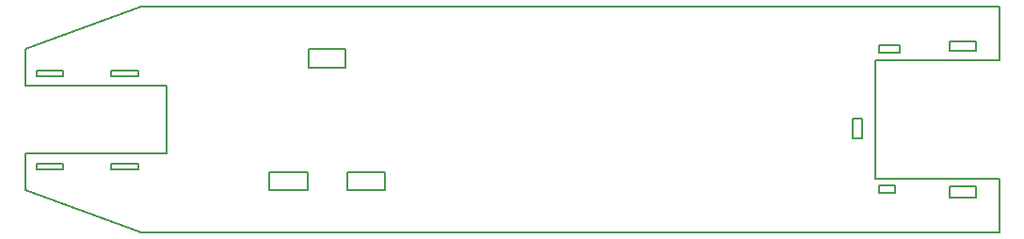
<source format=gm1>
G04 #@! TF.FileFunction,Profile,NP*
%FSLAX46Y46*%
G04 Gerber Fmt 4.6, Leading zero omitted, Abs format (unit mm)*
G04 Created by KiCad (PCBNEW 4.0.6) date Fri Jun  2 23:15:54 2017*
%MOMM*%
%LPD*%
G01*
G04 APERTURE LIST*
%ADD10C,0.100000*%
%ADD11C,0.150000*%
G04 APERTURE END LIST*
D10*
D11*
X178308000Y-98234500D02*
X178308000Y-96393000D01*
X179133500Y-98234500D02*
X178308000Y-98234500D01*
X179133500Y-96393000D02*
X179133500Y-98234500D01*
X178308000Y-96393000D02*
X179133500Y-96393000D01*
X180721000Y-102425500D02*
X180721000Y-103124000D01*
X182118000Y-102425500D02*
X180721000Y-102425500D01*
X182118000Y-103124000D02*
X182118000Y-102425500D01*
X180721000Y-103124000D02*
X182118000Y-103124000D01*
X187071000Y-103505000D02*
X187071000Y-102552500D01*
X189420500Y-103505000D02*
X187071000Y-103505000D01*
X189420500Y-102552500D02*
X189420500Y-103505000D01*
X187071000Y-102552500D02*
X189420500Y-102552500D01*
X187071000Y-89471500D02*
X187071000Y-89852500D01*
X189420500Y-89471500D02*
X187071000Y-89471500D01*
X189420500Y-90360500D02*
X189420500Y-89471500D01*
X187071000Y-90360500D02*
X189420500Y-90360500D01*
X187071000Y-89852500D02*
X187071000Y-90360500D01*
X180657500Y-90487500D02*
X180657500Y-89852500D01*
X182562500Y-90487500D02*
X180657500Y-90487500D01*
X182562500Y-89852500D02*
X182562500Y-90487500D01*
X180657500Y-89852500D02*
X182562500Y-89852500D01*
X104902000Y-100965000D02*
X107315000Y-100965000D01*
X104902000Y-100457000D02*
X104902000Y-100965000D01*
X107315000Y-100457000D02*
X104902000Y-100457000D01*
X107315000Y-100965000D02*
X107315000Y-100457000D01*
X111633000Y-100457000D02*
X111633000Y-100965000D01*
X114046000Y-100457000D02*
X111633000Y-100457000D01*
X114046000Y-100965000D02*
X114046000Y-100457000D01*
X111633000Y-100965000D02*
X114046000Y-100965000D01*
X111633000Y-92075000D02*
X111633000Y-92583000D01*
X114046000Y-92075000D02*
X111633000Y-92075000D01*
X114046000Y-92583000D02*
X114046000Y-92075000D01*
X111633000Y-92583000D02*
X114046000Y-92583000D01*
X104902000Y-92583000D02*
X104902000Y-92075000D01*
X104902000Y-92583000D02*
X107315000Y-92583000D01*
X107315000Y-92075000D02*
X107315000Y-92583000D01*
X104902000Y-92075000D02*
X107315000Y-92075000D01*
X114300000Y-86360000D02*
X103886000Y-90170000D01*
X114300000Y-106680000D02*
X103886000Y-102870000D01*
X129413000Y-91821000D02*
X129413000Y-90170000D01*
X132715000Y-91821000D02*
X129413000Y-91821000D01*
X132715000Y-90170000D02*
X132715000Y-91821000D01*
X129413000Y-90170000D02*
X132715000Y-90170000D01*
X132842000Y-101219000D02*
X132842000Y-102870000D01*
X136271000Y-101219000D02*
X132842000Y-101219000D01*
X136271000Y-102870000D02*
X136271000Y-101219000D01*
X132842000Y-102870000D02*
X136271000Y-102870000D01*
X125857000Y-101219000D02*
X125857000Y-102870000D01*
X129286000Y-101219000D02*
X125857000Y-101219000D01*
X129286000Y-102870000D02*
X129286000Y-101219000D01*
X125857000Y-102870000D02*
X129286000Y-102870000D01*
X103886000Y-90170000D02*
X103886000Y-93472000D01*
X103886000Y-99568000D02*
X103886000Y-102870000D01*
X191516000Y-106680000D02*
X114300000Y-106680000D01*
X191516000Y-101854000D02*
X191516000Y-106680000D01*
X180340000Y-101854000D02*
X191516000Y-101854000D01*
X180340000Y-91186000D02*
X180340000Y-101854000D01*
X191516000Y-91186000D02*
X180340000Y-91186000D01*
X191516000Y-86360000D02*
X191516000Y-91186000D01*
X114300000Y-86360000D02*
X191516000Y-86360000D01*
X116586000Y-93472000D02*
X103886000Y-93472000D01*
X116586000Y-99568000D02*
X116586000Y-93472000D01*
X103886000Y-99568000D02*
X116586000Y-99568000D01*
M02*

</source>
